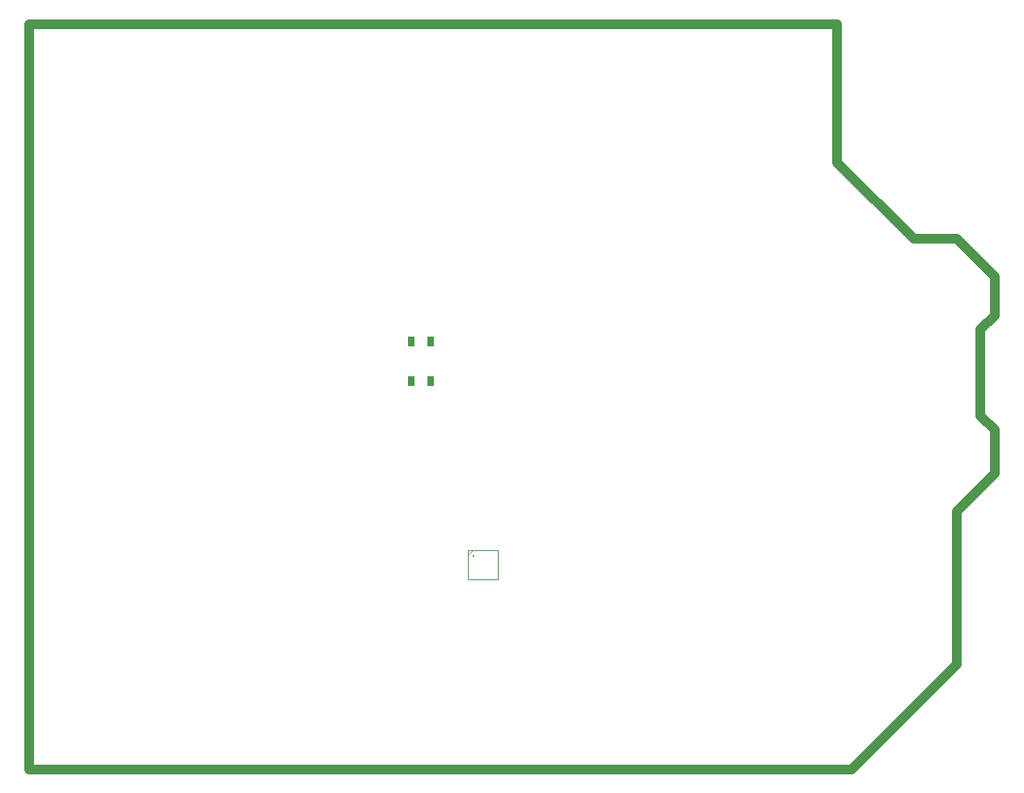
<source format=gtp>
G04*
G04 #@! TF.GenerationSoftware,Altium Limited,CircuitStudio,1.5.2 (1.5.2.30)*
G04*
G04 Layer_Color=7318015*
%FSLAX44Y44*%
%MOMM*%
G71*
G01*
G75*
%ADD10R,0.6500X1.0500*%
%ADD15C,0.0254*%
%ADD16C,1.0000*%
D10*
X540250Y656000D02*
D03*
Y698000D02*
D03*
X519250D02*
D03*
Y656000D02*
D03*
D15*
X585622Y473186D02*
G03*
X585622Y473186I-762J0D01*
G01*
X578866Y479536D02*
X609854D01*
X578866Y448548D02*
Y479536D01*
Y448548D02*
X609854D01*
Y479536D01*
X578866Y474456D02*
X583946Y479536D01*
D16*
X1045000Y805000D02*
X1090000D01*
X965000Y885000D02*
X1045000Y805000D01*
X965000Y885000D02*
Y1030000D01*
X1090000Y360000D02*
Y520000D01*
X980000Y250000D02*
X1090000Y360000D01*
X965000Y250000D02*
X980000D01*
X1130000Y725000D02*
Y765000D01*
X1115000Y710000D02*
X1130000Y725000D01*
Y560000D02*
Y605000D01*
X1115000Y620000D02*
X1130000Y605000D01*
X1115000Y620000D02*
Y710000D01*
X1090000Y520000D02*
X1130000Y560000D01*
X120000Y250000D02*
X965000D01*
X1090000Y805000D02*
X1130000Y765000D01*
X120000Y1030000D02*
X965000D01*
X120000Y250000D02*
Y1030000D01*
M02*

</source>
